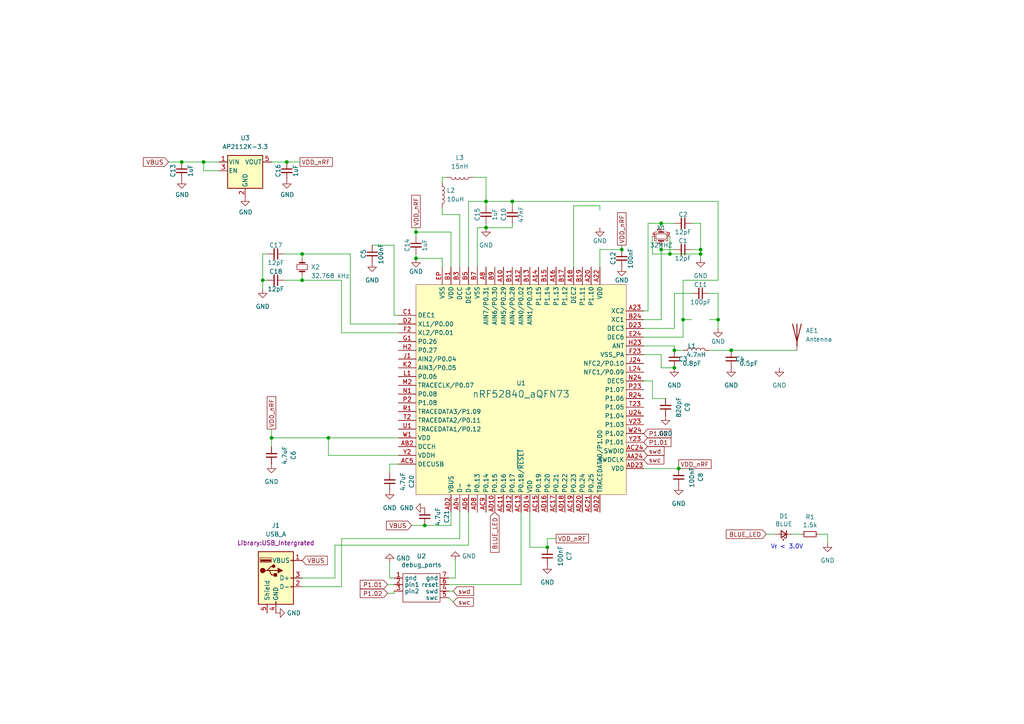
<source format=kicad_sch>
(kicad_sch (version 20230121) (generator eeschema)
  (paper "A4")
  (title_block (title "ScrollKnobV3") (date "2022-07-18") (company "Tongtong.Inc"))
  (lib_symbols
    (symbol "Connector:USB_A" (pin_names (offset 1.016))
      (property "Reference" "J" (at -5.08 11.43 0))
      (property "Value" "USB_A" (at -5.08 8.89 0))
      (property "Footprint" "Library:USB_Male_Midmount" (at 3.81 -1.27 0))
      (symbol "USB_A_0_1"
        (rectangle (start -5.08 -7.62) (end 5.08 7.62) (stroke (width 0.254)) (fill (type background)))
        (circle (center -3.81 2.159) (radius 0.635) (stroke (width 0.254)) (fill (type outline)))
        (rectangle (start -1.524 4.826) (end -4.318 5.334) (fill (type outline)))
        (rectangle (start -1.27 4.572) (end -4.572 5.842))
        (circle (center -0.635 3.429) (radius 0.381) (stroke (width 0.254)) (fill (type outline)))
        (rectangle (start -0.127 -7.62) (end 0.127 -6.858))
        (polyline (pts (xy -3.175 2.159) (xy -2.54 2.159) (xy -1.27 3.429) (xy -0.635 3.429)) (stroke (width 0.254)))
        (polyline (pts (xy -2.54 2.159) (xy -1.905 2.159) (xy -1.27 0.889) (xy 0 0.889)) (stroke (width 0.254)))
        (polyline (pts (xy 0.635 2.794) (xy 0.635 1.524) (xy 1.905 2.159) (xy 0.635 2.794)) (stroke (width 0.254)) (fill (type outline)))
        (rectangle (start 0.254 1.27) (end -0.508 0.508) (stroke (width 0.254)) (fill (type outline)))
        (rectangle (start 5.08 -2.667) (end 4.318 -2.413))
        (rectangle (start 5.08 -0.127) (end 4.318 0.127))
        (rectangle (start 5.08 4.953) (end 4.318 5.207))
      )
      (symbol "USB_A_1_1"
        (polyline (pts (xy -1.905 2.159) (xy 0.635 2.159)) (stroke (width 0.254)))
        (pin power_in line (at 7.62 5.08 180) (length 2.54) (name "VBUS") (number "1"))
        (pin bidirectional line (at 7.62 -2.54 180) (length 2.54) (name "D-") (number "2"))
        (pin bidirectional line (at 7.62 0 180) (length 2.54) (name "D+") (number "3"))
        (pin power_in line (at 0 -10.16 90) (length 2.54) (name "GND") (number "4"))
        (pin passive line (at -2.54 -10.16 90) (length 2.54) (name "Shield") (number "5"))
      )
    )
    (symbol "Device:Antenna" (pin_numbers hide) (pin_names (offset 1.016) hide)
      (property "Reference" "AE" (at -1.905 1.905 0))
      (property "Value" "Antenna" (at -1.905 0 0))
      (symbol "Antenna_0_1"
        (polyline (pts (xy 0 2.54) (xy 0 -3.81)) (stroke (width 0.254)))
        (polyline (pts (xy 1.27 2.54) (xy 0 -2.54) (xy -1.27 2.54)) (stroke (width 0.254)))
      )
      (symbol "Antenna_1_1"
        (pin input line (at 0 -5.08 90) (length 2.54) (name "A") (number "1"))
      )
    )
    (symbol "Device:C_Small" (pin_numbers hide) (pin_names (offset 0.254) hide)
      (property "Reference" "C" (at 0.254 1.778 0))
      (property "Value" "C_Small" (at 0.254 -2.032 0))
      (symbol "C_Small_0_1"
        (polyline (pts (xy -1.524 -0.508) (xy 1.524 -0.508)) (stroke (width 0.3302)))
        (polyline (pts (xy -1.524 0.508) (xy 1.524 0.508)) (stroke (width 0.3048)))
      )
      (symbol "C_Small_1_1"
        (pin passive line (at 0 2.54 270) (length 2.032) (name "~") (number "1"))
        (pin passive line (at 0 -2.54 90) (length 2.032) (name "~") (number "2"))
      )
    )
    (symbol "Device:Crystal_GND24_Small" (pin_names (offset 1.016) hide)
      (property "Reference" "Y" (at 1.27 4.445 0))
      (property "Value" "Crystal_GND24_Small" (at 1.27 2.54 0))
      (symbol "Crystal_GND24_Small_0_1"
        (rectangle (start -0.762 -1.524) (end 0.762 1.524))
        (polyline (pts (xy -1.27 -0.762) (xy -1.27 0.762)) (stroke (width 0.381)))
        (polyline (pts (xy 1.27 -0.762) (xy 1.27 0.762)) (stroke (width 0.381)))
        (polyline (pts (xy -1.27 -1.27) (xy -1.27 -1.905) (xy 1.27 -1.905) (xy 1.27 -1.27)))
        (polyline (pts (xy -1.27 1.27) (xy -1.27 1.905) (xy 1.27 1.905) (xy 1.27 1.27)))
      )
      (symbol "Crystal_GND24_Small_1_1"
        (pin passive line (at -2.54 0 0) (length 1.27) (name "1") (number "1"))
        (pin passive line (at 0 -2.54 90) (length 0.635) (name "2") (number "2"))
        (pin passive line (at 2.54 0 180) (length 1.27) (name "3") (number "3"))
        (pin passive line (at 0 2.54 270) (length 0.635) (name "4") (number "4"))
      )
    )
    (symbol "Device:Crystal_Small" (pin_numbers hide) (pin_names (offset 1.016) hide)
      (property "Reference" "Y" (at 0 2.54 0))
      (property "Value" "Crystal_Small" (at 0 -2.54 0))
      (symbol "Crystal_Small_0_1"
        (rectangle (start -0.762 -1.524) (end 0.762 1.524))
        (polyline (pts (xy -1.27 -0.762) (xy -1.27 0.762)) (stroke (width 0.381)))
        (polyline (pts (xy 1.27 -0.762) (xy 1.27 0.762)) (stroke (width 0.381)))
      )
      (symbol "Crystal_Small_1_1"
        (pin passive line (at -2.54 0 0) (length 1.27) (name "1") (number "1"))
        (pin passive line (at 2.54 0 180) (length 1.27) (name "2") (number "2"))
      )
    )
    (symbol "Device:L" (pin_numbers hide) (pin_names (offset 1.016) hide)
      (property "Reference" "L" (at -1.27 0 90))
      (property "Value" "L" (at 1.905 0 90))
      (symbol "L_0_1"
        (arc (start 0 -2.54) (mid 0.6323 -1.905) (end 0 -1.27))
        (arc (start 0 -1.27) (mid 0.6323 -0.635) (end 0 0))
        (arc (start 0 0) (mid 0.6323 0.635) (end 0 1.27))
        (arc (start 0 1.27) (mid 0.6323 1.905) (end 0 2.54))
      )
      (symbol "L_1_1"
        (pin passive line (at 0 3.81 270) (length 1.27) (name "1") (number "1"))
        (pin passive line (at 0 -3.81 90) (length 1.27) (name "2") (number "2"))
      )
    )
    (symbol "Device:LED_Small" (pin_numbers hide) (pin_names (offset 0.254) hide)
      (property "Reference" "D" (at -1.27 3.175 0))
      (property "Value" "LED_Small" (at -4.445 -2.54 0))
      (symbol "LED_Small_0_1"
        (polyline (pts (xy -0.762 -1.016) (xy -0.762 1.016)) (stroke (width 0.254)))
        (polyline (pts (xy 1.016 0) (xy -0.762 0)))
        (polyline (pts (xy 0.762 -1.016) (xy -0.762 0) (xy 0.762 1.016) (xy 0.762 -1.016)) (stroke (width 0.254)))
        (polyline (pts (xy 0 0.762) (xy -0.508 1.27) (xy -0.254 1.27) (xy -0.508 1.27) (xy -0.508 1.016)))
        (polyline (pts (xy 0.508 1.27) (xy 0 1.778) (xy 0.254 1.778) (xy 0 1.778) (xy 0 1.524)))
      )
      (symbol "LED_Small_1_1"
        (pin passive line (at -2.54 0 0) (length 1.778) (name "K") (number "1"))
        (pin passive line (at 2.54 0 180) (length 1.778) (name "A") (number "2"))
      )
    )
    (symbol "Device:R_Small" (pin_numbers hide) (pin_names (offset 0.254) hide)
      (property "Reference" "R" (at 0.762 0.508 0))
      (property "Value" "R_Small" (at 0.762 -1.016 0))
      (symbol "R_Small_0_1"
        (rectangle (start -0.762 1.778) (end 0.762 -1.778) (stroke (width 0.2032)))
      )
      (symbol "R_Small_1_1"
        (pin passive line (at 0 2.54 270) (length 0.762) (name "~") (number "1"))
        (pin passive line (at 0 -2.54 90) (length 0.762) (name "~") (number "2"))
      )
    )
    (symbol "MCU_Nordic:nRF52840_aQFN73"
      (property "Reference" "U" (at -5.08 92.71 0))
      (property "Value" "nRF52840_aQFN73" (at 0 0 0))
      (symbol "nRF52840_aQFN73_0_1"
        (rectangle (start -30.48 30.48) (end 30.48 -30.48) (stroke (width 0.1)) (fill (type background)))
      )
      (symbol "nRF52840_aQFN73_1_1"
        (pin bidirectional line (at -5.08 35.56 270) (length 5.08) (name "AIN5/P0.29") (number "A10"))
        (pin bidirectional line (at 0 35.56 270) (length 5.08) (name "AIN0/P0.02") (number "A12"))
        (pin bidirectional line (at 5.08 35.56 270) (length 5.08) (name "P1.15") (number "A14"))
        (pin bidirectional line (at 10.16 35.56 270) (length 5.08) (name "P1.13") (number "A16"))
        (pin passive line (at 15.24 35.56 270) (length 5.08) (name "DEC2") (number "A18"))
        (pin bidirectional line (at 20.32 35.56 270) (length 5.08) (name "P1.10") (number "A20"))
        (pin passive line (at 22.86 35.56 270) (length 5.08) (name "VDD") (number "A22"))
        (pin input line (at 35.56 22.86 180) (length 5.08) (name "XC2") (number "A23"))
        (pin bidirectional line (at -10.16 35.56 270) (length 5.08) (name "AIN7/P0.31") (number "A8"))
        (pin input line (at 35.56 -20.32 180) (length 5.08) (name "SWDCLK") (number "AA24"))
        (pin power_out line (at -35.56 -16.51 0) (length 5.08) (name "DCCH") (number "AB2"))
        (pin bidirectional line (at -5.08 -35.56 90) (length 5.08) (name "P0.16") (number "AC11"))
        (pin bidirectional line (at 0 -35.56 90) (length 5.08) (name "P0.18/~{RESET}") (number "AC13"))
        (pin bidirectional line (at 5.08 -35.56 90) (length 5.08) (name "P0.19") (number "AC15"))
        (pin bidirectional line (at 10.16 -35.56 90) (length 5.08) (name "P0.21") (number "AC17"))
        (pin bidirectional line (at 15.24 -35.56 90) (length 5.08) (name "P0.23") (number "AC19"))
        (pin bidirectional line (at 20.32 -35.56 90) (length 5.08) (name "P0.25") (number "AC21"))
        (pin bidirectional line (at 35.56 -17.78 180) (length 5.08) (name "SWDIO") (number "AC24"))
        (pin passive line (at -35.56 -21.59 0) (length 5.08) (name "DECUSB") (number "AC5"))
        (pin bidirectional line (at -10.16 -35.56 90) (length 5.08) (name "P0.14") (number "AC9"))
        (pin bidirectional line (at -7.62 -35.56 90) (length 5.08) (name "P0.15") (number "AD10"))
        (pin bidirectional line (at -2.54 -35.56 90) (length 5.08) (name "P0.17") (number "AD12"))
        (pin passive line (at 2.54 -35.56 90) (length 5.08) (name "VDD") (number "AD14"))
        (pin bidirectional line (at 7.62 -35.56 90) (length 5.08) (name "P0.20") (number "AD16"))
        (pin bidirectional line (at 12.7 -35.56 90) (length 5.08) (name "P0.22") (number "AD18"))
        (pin power_in line (at -20.32 -35.56 90) (length 5.08) (name "VBUS") (number "AD2"))
        (pin bidirectional line (at 17.78 -35.56 90) (length 5.08) (name "P0.24") (number "AD20"))
        (pin bidirectional line (at 22.86 -35.56 90) (length 5.08) (name "TRACEDATA0/P1.00") (number "AD22"))
        (pin passive line (at 35.56 -22.86 180) (length 5.08) (name "VDD") (number "AD23"))
        (pin bidirectional line (at -17.78 -35.56 90) (length 5.08) (name "D-") (number "AD4"))
        (pin bidirectional line (at -15.24 -35.56 90) (length 5.08) (name "D+") (number "AD6"))
        (pin bidirectional line (at -12.7 -35.56 90) (length 5.08) (name "P0.13") (number "AD8"))
        (pin power_in line (at -20.32 35.56 270) (length 5.08) (name "VDD") (number "B1"))
        (pin bidirectional line (at -2.54 35.56 270) (length 5.08) (name "AIN4/P0.28") (number "B11"))
        (pin bidirectional line (at 2.54 35.56 270) (length 5.08) (name "AIN1/P0.03") (number "B13"))
        (pin bidirectional line (at 7.62 35.56 270) (length 5.08) (name "P1.14") (number "B15"))
        (pin bidirectional line (at 12.7 35.56 270) (length 5.08) (name "P1.12") (number "B17"))
        (pin bidirectional line (at 17.78 35.56 270) (length 5.08) (name "P1.11") (number "B19"))
        (pin input line (at 35.56 20.32 180) (length 5.08) (name "XC1") (number "B24"))
        (pin power_out line (at -17.78 35.56 270) (length 5.08) (name "DCC") (number "B3"))
        (pin passive line (at -15.24 35.56 270) (length 5.08) (name "DEC4") (number "B5"))
        (pin power_in line (at -12.7 35.56 270) (length 5.08) (name "VSS") (number "B7"))
        (pin bidirectional line (at -7.62 35.56 270) (length 5.08) (name "AIN6/P0.30") (number "B9"))
        (pin passive line (at -35.56 21.59 0) (length 5.08) (name "DEC1") (number "C1"))
        (pin bidirectional line (at -35.56 19.05 0) (length 5.08) (name "XL1/P0.00") (number "D2"))
        (pin passive line (at 35.56 17.78 180) (length 5.08) (name "DEC3") (number "D23"))
        (pin passive line (at 35.56 15.24 180) (length 5.08) (name "DEC6") (number "E24"))
        (pin passive line (at -22.86 35.56 270) (length 5.08) (name "VSS") (number "EP"))
        (pin bidirectional line (at -35.56 16.51 0) (length 5.08) (name "XL2/P0.01") (number "F2"))
        (pin power_in line (at 35.56 10.16 180) (length 5.08) (name "VSS_PA") (number "F23"))
        (pin bidirectional line (at -35.56 13.97 0) (length 5.08) (name "P0.26") (number "G1"))
        (pin bidirectional line (at -35.56 11.43 0) (length 5.08) (name "P0.27") (number "H2"))
        (pin passive line (at 35.56 12.7 180) (length 5.08) (name "ANT") (number "H23"))
        (pin bidirectional line (at -35.56 8.89 0) (length 5.08) (name "AIN2/P0.04") (number "J1"))
        (pin bidirectional line (at 35.56 7.62 180) (length 5.08) (name "NFC2/P0.10") (number "J24"))
        (pin bidirectional line (at -35.56 6.35 0) (length 5.08) (name "AIN3/P0.05") (number "K2"))
        (pin bidirectional line (at -35.56 3.81 0) (length 5.08) (name "P0.06") (number "L1"))
        (pin bidirectional line (at 35.56 5.08 180) (length 5.08) (name "NFC1/P0.09") (number "L24"))
        (pin bidirectional line (at -35.56 1.27 0) (length 5.08) (name "TRACECLK/P0.07") (number "M2"))
        (pin bidirectional line (at -35.56 -1.27 0) (length 5.08) (name "P0.08") (number "N1"))
        (pin passive line (at 35.56 2.54 180) (length 5.08) (name "DEC5") (number "N24"))
        (pin bidirectional line (at -35.56 -3.81 0) (length 5.08) (name "P1.08") (number "P2"))
        (pin bidirectional line (at 35.56 0 180) (length 5.08) (name "P1.07") (number "P23"))
        (pin bidirectional line (at -35.56 -6.35 0) (length 5.08) (name "TRACEDATA3/P1.09") (number "R1"))
        (pin bidirectional line (at 35.56 -2.54 180) (length 5.08) (name "P1.06") (number "R24"))
        (pin bidirectional line (at -35.56 -8.89 0) (length 5.08) (name "TRACEDATA2/P0.11") (number "T2"))
        (pin bidirectional line (at 35.56 -5.08 180) (length 5.08) (name "P1.05") (number "T23"))
        (pin bidirectional line (at -35.56 -11.43 0) (length 5.08) (name "TRACEDATA1/P0.12") (number "U1"))
        (pin bidirectional line (at 35.56 -7.62 180) (length 5.08) (name "P1.04") (number "U24"))
        (pin bidirectional line (at 35.56 -10.16 180) (length 5.08) (name "P1.03") (number "V23"))
        (pin passive line (at -35.56 -13.97 0) (length 5.08) (name "VDD") (number "W1"))
        (pin bidirectional line (at 35.56 -12.7 180) (length 5.08) (name "P1.02") (number "W24"))
        (pin power_in line (at -35.56 -19.05 0) (length 5.08) (name "VDDH") (number "Y2"))
        (pin bidirectional line (at 35.56 -15.24 180) (length 5.08) (name "P1.01") (number "Y23"))
      )
    )
    (symbol "New_Library:debug_ports"
      (property "Reference" "U" (at 1.905 2.54 0))
      (property "Value" "debug_ports" (at 2.54 5.08 0))
      (symbol "debug_ports_0_1"
        (rectangle (start -2.54 1.27) (end 8.255 -6.985))
      )
      (symbol "debug_ports_1_1"
        (pin input line (at -5.08 0 0) (length 2.54) (name "gnd") (number "1"))
        (pin input line (at -5.08 -1.905 0) (length 2.54) (name "pin1") (number "2"))
        (pin input line (at -5.08 -3.81 0) (length 2.54) (name "pin2") (number "3"))
        (pin input line (at 10.795 -3.81 180) (length 2.54) (name "swd") (number "4"))
        (pin input line (at 10.795 -5.715 180) (length 2.54) (name "swc") (number "5"))
        (pin input line (at 10.795 -1.905 180) (length 2.54) (name "reset") (number "6"))
        (pin input line (at 10.795 0 180) (length 2.54) (name "gnd") (number "7"))
      )
    )
    (symbol "Regulator_Linear:AP2112K-3.3" (pin_names (offset 0.254))
      (property "Reference" "U" (at -5.08 5.715 0))
      (property "Value" "AP2112K-3.3" (at 0 5.715 0))
      (symbol "AP2112K-3.3_0_1"
        (rectangle (start -5.08 4.445) (end 5.08 -5.08) (stroke (width 0.254)) (fill (type background)))
      )
      (symbol "AP2112K-3.3_1_1"
        (pin power_in line (at -7.62 2.54 0) (length 2.54) (name "VIN") (number "1"))
        (pin power_in line (at 0 -7.62 90) (length 2.54) (name "GND") (number "2"))
        (pin input line (at -7.62 0 0) (length 2.54) (name "EN") (number "3"))
        (pin no_connect line (at 5.08 0 180) (length 2.54) hide (name "NC") (number "4"))
        (pin power_out line (at 7.62 2.54 180) (length 2.54) (name "VOUT") (number "5"))
      )
    )
    (symbol "nrfmicro-rescue:GND" (power) (pin_names (offset 0))
      (property "Value" "GND" (at 0 -3.81 0))
      (symbol "GND_0_1"
        (polyline (pts (xy 0 0) (xy 0 -1.27) (xy 1.27 -1.27) (xy 0 -2.54) (xy -1.27 -1.27) (xy 0 -1.27)))
      )
      (symbol "GND_1_1"
        (pin power_in line (at 0 0 270) (length 0) hide (name "GND") (number "1"))
      )
    )
    (symbol "power:GND" (power) (pin_names (offset 0))
      (property "Value" "GND" (at 0 -3.81 0))
      (symbol "GND_0_1"
        (polyline (pts (xy 0 0) (xy 0 -1.27) (xy 1.27 -1.27) (xy 0 -2.54) (xy -1.27 -1.27) (xy 0 -1.27)))
      )
      (symbol "GND_1_1"
        (pin power_in line (at 0 0 270) (length 0) hide (name "GND") (number "1"))
      )
    )
  )
  (junction (at 158.75 158.75))
  (junction (at 120.65 67.31))
  (junction (at 203.2 73.66))
  (junction (at 76.2 81.28))
  (junction (at 140.97 66.04))
  (junction (at 120.65 74.93))
  (junction (at 123.19 152.4))
  (junction (at 87.63 73.66))
  (junction (at 87.63 81.28))
  (junction (at 195.58 106.68))
  (junction (at 59.055 46.99))
  (junction (at 208.28 92.71))
  (junction (at 148.59 58.42))
  (junction (at 194.31 73.66))
  (junction (at 198.12 92.71))
  (junction (at 191.77 64.77))
  (junction (at 196.85 135.89))
  (junction (at 83.185 46.99))
  (junction (at 180.34 72.39))
  (junction (at 52.705 46.99))
  (junction (at 95.25 127))
  (junction (at 203.2 72.39))
  (junction (at 212.09 101.6))
  (junction (at 191.77 72.39))
  (junction (at 78.74 127))
  (junction (at 195.58 101.6))
  (junction (at 140.97 58.42))
  (wire (pts (xy 112.395 172.085) (xy 114.3 172.085)))
  (wire (pts (xy 189.23 110.49) (xy 189.23 115.57)))
  (wire (pts (xy 189.23 73.66) (xy 194.31 73.66)))
  (wire (pts (xy 191.77 72.39) (xy 195.58 72.39)))
  (wire (pts (xy 200.66 72.39) (xy 203.2 72.39)))
  (wire (pts (xy 83.185 46.99) (xy 78.74 46.99)))
  (wire (pts (xy 135.89 58.42) (xy 135.89 77.47)))
  (wire (pts (xy 128.27 60.325) (xy 128.27 62.23)))
  (wire (pts (xy 203.2 73.66) (xy 203.2 74.93)))
  (wire (pts (xy 130.175 167.64) (xy 132.08 167.64)))
  (wire (pts (xy 191.77 92.71) (xy 186.69 92.71)))
  (wire (pts (xy 205.74 92.71) (xy 208.28 92.71)))
  (wire (pts (xy 87.63 73.66) (xy 87.63 74.93)))
  (wire (pts (xy 191.77 72.39) (xy 191.77 92.71)))
  (wire (pts (xy 76.2 81.28) (xy 77.47 81.28)))
  (wire (pts (xy 140.97 58.42) (xy 135.89 58.42)))
  (wire (pts (xy 99.06 170.18) (xy 87.63 170.18)))
  (wire (pts (xy 205.74 101.6) (xy 212.09 101.6)))
  (wire (pts (xy 203.2 73.66) (xy 194.31 73.66)))
  (wire (pts (xy 107.95 71.12) (xy 114.3 71.12)))
  (wire (pts (xy 140.97 58.42) (xy 140.97 59.69)))
  (wire (pts (xy 200.66 85.09) (xy 195.58 85.09)))
  (wire (pts (xy 112.395 169.545) (xy 114.3 169.545)))
  (wire (pts (xy 87.63 167.64) (xy 97.155 167.64)))
  (wire (pts (xy 198.12 92.71) (xy 200.66 92.71)))
  (wire (pts (xy 187.96 64.77) (xy 191.77 64.77)))
  (wire (pts (xy 191.77 102.87) (xy 186.69 102.87)))
  (wire (pts (xy 195.58 85.09) (xy 195.58 95.25)))
  (wire (pts (xy 131.445 171.45) (xy 130.175 171.45)))
  (wire (pts (xy 120.65 67.31) (xy 120.65 68.58)))
  (wire (pts (xy 95.25 127) (xy 95.25 132.08)))
  (wire (pts (xy 186.69 95.25) (xy 195.58 95.25)))
  (wire (pts (xy 140.97 66.04) (xy 148.59 66.04)))
  (wire (pts (xy 198.12 81.28) (xy 208.28 81.28)))
  (wire (pts (xy 87.63 73.66) (xy 101.6 73.66)))
  (wire (pts (xy 119.38 152.4) (xy 123.19 152.4)))
  (wire (pts (xy 189.23 68.58) (xy 189.23 73.66)))
  (wire (pts (xy 196.85 134.62) (xy 196.85 135.89)))
  (wire (pts (xy 120.65 73.66) (xy 120.65 74.93)))
  (wire (pts (xy 131.445 174.625) (xy 130.175 173.355)))
  (wire (pts (xy 186.69 97.79) (xy 198.12 97.79)))
  (wire (pts (xy 208.28 58.42) (xy 148.59 58.42)))
  (wire (pts (xy 76.2 73.66) (xy 76.2 81.28)))
  (wire (pts (xy 128.27 51.435) (xy 128.27 52.705)))
  (wire (pts (xy 99.06 156.21) (xy 99.06 170.18)))
  (wire (pts (xy 59.055 46.99) (xy 63.5 46.99)))
  (wire (pts (xy 95.25 127) (xy 115.57 127)))
  (wire (pts (xy 113.03 163.195) (xy 113.03 167.64)))
  (wire (pts (xy 113.03 134.62) (xy 115.57 134.62)))
  (wire (pts (xy 130.175 169.545) (xy 151.13 169.545)))
  (wire (pts (xy 173.99 59.69) (xy 173.99 60.96)))
  (wire (pts (xy 97.155 158.115) (xy 135.89 158.115)))
  (wire (pts (xy 198.12 92.71) (xy 198.12 97.79)))
  (wire (pts (xy 78.74 127) (xy 78.74 129.54)))
  (wire (pts (xy 140.97 64.77) (xy 140.97 66.04)))
  (wire (pts (xy 186.69 100.33) (xy 195.58 100.33)))
  (wire (pts (xy 48.895 46.99) (xy 52.705 46.99)))
  (wire (pts (xy 101.6 93.98) (xy 101.6 73.66)))
  (wire (pts (xy 115.57 93.98) (xy 101.6 93.98)))
  (wire (pts (xy 173.99 72.39) (xy 180.34 72.39)))
  (wire (pts (xy 132.08 162.56) (xy 132.08 167.64)))
  (wire (pts (xy 205.74 85.09) (xy 208.28 85.09)))
  (wire (pts (xy 87.63 80.01) (xy 87.63 81.28)))
  (wire (pts (xy 148.59 58.42) (xy 140.97 58.42)))
  (wire (pts (xy 189.23 115.57) (xy 193.04 115.57)))
  (wire (pts (xy 128.27 77.47) (xy 128.27 74.93)))
  (wire (pts (xy 130.81 77.47) (xy 130.81 67.31)))
  (wire (pts (xy 208.28 92.71) (xy 208.28 95.25)))
  (wire (pts (xy 148.59 66.04) (xy 148.59 64.77)))
  (wire (pts (xy 133.35 148.59) (xy 133.35 156.21)))
  (wire (pts (xy 148.59 58.42) (xy 148.59 59.69)))
  (wire (pts (xy 140.97 51.435) (xy 137.16 51.435)))
  (wire (pts (xy 158.75 156.21) (xy 158.75 158.75)))
  (wire (pts (xy 173.99 77.47) (xy 173.99 72.39)))
  (wire (pts (xy 135.89 148.59) (xy 135.89 158.115)))
  (wire (pts (xy 140.97 58.42) (xy 140.97 51.435)))
  (wire (pts (xy 78.74 127) (xy 95.25 127)))
  (wire (pts (xy 82.55 73.66) (xy 87.63 73.66)))
  (wire (pts (xy 133.35 62.23) (xy 133.35 77.47)))
  (wire (pts (xy 151.13 169.545) (xy 151.13 148.59)))
  (wire (pts (xy 120.65 66.04) (xy 120.65 67.31)))
  (wire (pts (xy 120.65 74.93) (xy 128.27 74.93)))
  (wire (pts (xy 129.54 51.435) (xy 128.27 51.435)))
  (wire (pts (xy 114.3 172.085) (xy 114.3 171.45)))
  (wire (pts (xy 130.81 152.4) (xy 130.81 148.59)))
  (wire (pts (xy 153.67 158.75) (xy 158.75 158.75)))
  (wire (pts (xy 52.705 46.99) (xy 59.055 46.99)))
  (wire (pts (xy 187.96 90.17) (xy 187.96 64.77)))
  (wire (pts (xy 222.25 154.94) (xy 224.79 154.94)))
  (wire (pts (xy 82.55 81.28) (xy 87.63 81.28)))
  (wire (pts (xy 186.69 110.49) (xy 189.23 110.49)))
  (wire (pts (xy 87.63 81.28) (xy 99.06 81.28)))
  (wire (pts (xy 76.2 81.28) (xy 76.2 83.82)))
  (wire (pts (xy 195.58 101.6) (xy 198.12 101.6)))
  (wire (pts (xy 115.57 91.44) (xy 114.3 91.44)))
  (wire (pts (xy 191.77 71.12) (xy 191.77 72.39)))
  (wire (pts (xy 128.27 62.23) (xy 133.35 62.23)))
  (wire (pts (xy 99.06 81.28) (xy 99.06 96.52)))
  (wire (pts (xy 212.09 101.6) (xy 231.14 101.6)))
  (wire (pts (xy 63.5 49.53) (xy 59.055 49.53)))
  (wire (pts (xy 208.28 85.09) (xy 208.28 92.71)))
  (wire (pts (xy 138.43 77.47) (xy 138.43 66.04)))
  (wire (pts (xy 229.87 154.94) (xy 232.41 154.94)))
  (wire (pts (xy 191.77 106.68) (xy 191.77 102.87)))
  (wire (pts (xy 97.155 167.64) (xy 97.155 158.115)))
  (wire (pts (xy 113.03 167.64) (xy 114.3 167.64)))
  (wire (pts (xy 186.69 135.89) (xy 196.85 135.89)))
  (wire (pts (xy 180.34 71.12) (xy 180.34 72.39)))
  (wire (pts (xy 203.2 64.77) (xy 203.2 72.39)))
  (wire (pts (xy 166.37 77.47) (xy 166.37 59.69)))
  (wire (pts (xy 237.49 154.94) (xy 240.03 154.94)))
  (wire (pts (xy 95.25 132.08) (xy 115.57 132.08)))
  (wire (pts (xy 240.03 154.94) (xy 240.03 157.48)))
  (wire (pts (xy 195.58 106.68) (xy 191.77 106.68)))
  (wire (pts (xy 120.65 67.31) (xy 130.81 67.31)))
  (wire (pts (xy 153.67 148.59) (xy 153.67 158.75)))
  (wire (pts (xy 203.2 72.39) (xy 203.2 73.66)))
  (wire (pts (xy 195.58 100.33) (xy 195.58 101.6)))
  (wire (pts (xy 191.77 64.77) (xy 195.58 64.77)))
  (wire (pts (xy 78.74 124.46) (xy 78.74 127)))
  (wire (pts (xy 114.3 91.44) (xy 114.3 71.12)))
  (wire (pts (xy 166.37 59.69) (xy 173.99 59.69)))
  (wire (pts (xy 200.66 64.77) (xy 203.2 64.77)))
  (wire (pts (xy 194.31 73.66) (xy 194.31 68.58)))
  (wire (pts (xy 208.28 81.28) (xy 208.28 58.42)))
  (wire (pts (xy 161.29 156.21) (xy 158.75 156.21)))
  (wire (pts (xy 191.77 64.77) (xy 191.77 66.04)))
  (wire (pts (xy 186.69 90.17) (xy 187.96 90.17)))
  (wire (pts (xy 59.055 49.53) (xy 59.055 46.99)))
  (wire (pts (xy 76.2 73.66) (xy 77.47 73.66)))
  (wire (pts (xy 138.43 66.04) (xy 140.97 66.04)))
  (wire (pts (xy 86.995 46.99) (xy 83.185 46.99)))
  (wire (pts (xy 99.06 96.52) (xy 115.57 96.52)))
  (wire (pts (xy 123.19 152.4) (xy 130.81 152.4)))
  (wire (pts (xy 113.03 137.16) (xy 113.03 134.62)))
  (wire (pts (xy 133.35 156.21) (xy 99.06 156.21)))
  (wire (pts (xy 198.12 81.28) (xy 198.12 92.71)))
  (text "V_{f} < 3.0V" (at 223.52 159.385 0) (effects (font (size 1.27 1.27)) (justify left bottom)))
  (global_label "VBUS" (shape input) (at 87.63 162.56 0) (property "Intersheetrefs" "${INTERSHEET_REFS}" (effects hide)))
  (global_label "BLUE_LED" (shape input) (at 222.25 154.94 180) (property "Intersheetrefs" "${INTERSHEET_REFS}" (effects hide)))
  (global_label "swc" (shape input) (at 186.69 133.35 0) (property "Intersheetrefs" "${INTERSHEET_REFS}" (effects hide)))
  (global_label "swc" (shape input) (at 131.445 174.625 0) (property "Intersheetrefs" "${INTERSHEET_REFS}" (effects hide)))
  (global_label "VDD_nRF" (shape passive) (at 86.995 46.99 0) (property "Intersheetrefs" "${INTERSHEET_REFS}" (effects hide)))
  (global_label "P1.01" (shape input) (at 112.395 169.545 180) (property "Intersheetrefs" "${INTERSHEET_REFS}" (effects hide)))
  (global_label "swd" (shape input) (at 186.69 130.81 0) (property "Intersheetrefs" "${INTERSHEET_REFS}" (effects hide)))
  (global_label "P1.01" (shape input) (at 186.69 128.27 0) (property "Intersheetrefs" "${INTERSHEET_REFS}" (effects hide)))
  (global_label "P1.02" (shape input) (at 186.69 125.73 0) (property "Intersheetrefs" "${INTERSHEET_REFS}" (effects hide)))
  (global_label "VDD_nRF" (shape passive) (at 196.85 134.62 0) (property "Intersheetrefs" "${INTERSHEET_REFS}" (effects hide)))
  (global_label "P1.02" (shape input) (at 112.395 172.085 180) (property "Intersheetrefs" "${INTERSHEET_REFS}" (effects hide)))
  (global_label "VBUS" (shape input) (at 119.38 152.4 180) (property "Intersheetrefs" "${INTERSHEET_REFS}" (effects hide)))
  (global_label "swd" (shape input) (at 131.445 171.45 0) (property "Intersheetrefs" "${INTERSHEET_REFS}" (effects hide)))
  (global_label "VDD_nRF" (shape passive) (at 78.74 124.46 90) (property "Intersheetrefs" "${INTERSHEET_REFS}" (effects hide)))
  (global_label "VDD_nRF" (shape passive) (at 180.34 71.12 90) (property "Intersheetrefs" "${INTERSHEET_REFS}" (effects hide)))
  (global_label "BLUE_LED" (shape input) (at 143.51 148.59 270) (property "Intersheetrefs" "${INTERSHEET_REFS}" (effects hide)))
  (global_label "VDD_nRF" (shape passive) (at 120.65 66.04 90) (property "Intersheetrefs" "${INTERSHEET_REFS}" (effects hide)))
  (global_label "VBUS" (shape input) (at 48.895 46.99 180) (property "Intersheetrefs" "${INTERSHEET_REFS}" (effects hide)))
  (global_label "VDD_nRF" (shape passive) (at 161.29 156.21 0) (property "Intersheetrefs" "${INTERSHEET_REFS}" (effects hide)))
  (symbol (lib_id "Device:C_Small") (at 107.95 73.66 0) (unit 1)
    (property "Reference" "C5" (at 105.41 73.66 90))
    (property "Value" "100nF" (at 110.49 73.66 90))
    (property "Footprint" "Capacitor_SMD:C_0402_1005Metric" (effects hide))
  )
  (symbol (lib_id "Device:Antenna") (at 231.14 96.52 0) (unit 1)
    (property "Reference" "AE1" (at 233.68 95.8849 0) (effects (justify left)))
    (property "Value" "Antenna" (at 233.68 98.4249 0) (effects (justify left)))
    (property "Footprint" "RF_Antenna:Johanson_2450AT43F0100" (effects hide))
  )
  (symbol (lib_id "Device:C_Small") (at 195.58 104.14 180) (unit 1)
    (property "Reference" "C3" (at 198.12 104.14 0))
    (property "Value" "0.8pF" (at 200.66 105.41 0))
    (property "Footprint" "Capacitor_SMD:C_0402_1005Metric" (effects hide))
  )
  (symbol (lib_id "Device:L") (at 201.93 101.6 90) (unit 1)
    (property "Reference" "L1" (at 200.66 100.33 90))
    (property "Value" "4.7nH" (at 201.93 102.87 90))
    (property "Footprint" "Inductor_SMD:L_0402_1005Metric" (effects hide))
  )
  (symbol (lib_id "Device:C_Small") (at 198.12 72.39 270) (unit 1)
    (property "Reference" "C1" (at 198.12 69.85 90))
    (property "Value" "12pF" (at 198.12 74.93 90))
    (property "Footprint" "Capacitor_SMD:C_0402_1005Metric" (effects hide))
  )
  (symbol (lib_id "power:GND") (at 180.34 77.47 0) (unit 1)
    (property "Reference" "#PWR0112" (effects hide))
    (property "Value" "GND" (at 180.34 81.28 0))
  )
  (symbol (lib_id "Device:C_Small") (at 212.09 104.14 180) (unit 1)
    (property "Reference" "C4" (at 214.63 104.14 0))
    (property "Value" "0.5pF" (at 217.17 105.41 0))
    (property "Footprint" "Capacitor_SMD:C_0402_1005Metric" (effects hide))
  )
  (symbol (lib_id "Connector:USB_A") (at 80.01 167.64 0) (unit 1)
    (property "Reference" "J1" (at 80.01 152.4 0))
    (property "Value" "USB_A" (at 80.01 154.94 0))
    (property "Footprint" "Library:USB_Intergrated" (at 80.01 157.48 0))
    (property "Datasheet" " ~" (effects hide))
  )
  (symbol (lib_id "power:GND") (at 113.03 163.195 180) (unit 1)
    (property "Reference" "#PWR0119" (effects hide))
    (property "Value" "GND" (at 114.935 161.9249 0) (effects (justify right)))
  )
  (symbol (lib_id "Device:L") (at 133.35 51.435 270) (unit 1)
    (property "Reference" "L3" (at 133.35 45.72 90))
    (property "Value" "15nH" (at 133.35 48.26 90))
    (property "Footprint" "Inductor_SMD:L_0402_1005Metric" (effects hide))
  )
  (symbol (lib_id "Regulator_Linear:AP2112K-3.3") (at 71.12 49.53 0) (unit 1)
    (property "Reference" "U3" (at 71.12 40.005 0))
    (property "Value" "AP2112K-3.3" (at 71.12 42.545 0))
    (property "Footprint" "Package_TO_SOT_SMD:SOT-23-5" (effects hide))
    (property "Datasheet" "https://www.diodes.com/assets/Datasheets/AP2112.pdf" (effects hide))
  )
  (symbol (lib_id "New_Library:debug_ports") (at 119.38 167.64 0) (unit 1)
    (property "Reference" "U2" (at 122.2375 161.29 0))
    (property "Value" "debug_ports" (at 122.2375 163.83 0))
    (property "Footprint" "Library:Debug pin cluster" (effects hide))
  )
  (symbol (lib_id "power:GND") (at 195.58 106.68 0) (unit 1)
    (property "Reference" "#PWR0106" (effects hide))
    (property "Value" "GND" (at 195.58 111.76 0))
  )
  (symbol (lib_id "power:GND") (at 80.01 177.8 90) (unit 1)
    (property "Reference" "#PWR0118" (effects hide))
    (property "Value" "GND" (at 83.185 177.7999 90) (effects (justify right)))
  )
  (symbol (lib_id "power:GND") (at 132.08 162.56 180) (unit 1)
    (property "Reference" "#PWR0120" (effects hide))
    (property "Value" "GND" (at 133.985 161.2899 0) (effects (justify right)))
  )
  (symbol (lib_id "power:GND") (at 240.03 157.48 0) (unit 1)
    (property "Reference" "#PWR0121" (effects hide))
    (property "Value" "GND" (at 240.03 162.56 0))
  )
  (symbol (lib_id "Device:Crystal_Small") (at 87.63 77.47 270) (unit 1)
    (property "Reference" "X2" (at 90.17 77.47 90) (effects (justify left)))
    (property "Value" "32.768 kHz" (at 90.17 80.01 90) (effects (justify left)))
    (property "Footprint" "Crystal:Crystal_SMD_2012-2Pin_2.0x1.2mm" (effects hide))
    (property "LCSC Part" "C97607" (effects hide))
    (property "Digikey" "728-1075-1-ND" (effects hide))
    (property "Manufacturer Part" "SC20S-12.5PF20PPM" (effects hide))
    (property "JLC Part" "C93231" (effects hide))
  )
  (symbol (lib_id "Device:C_Small") (at 148.59 62.23 0) (unit 1)
    (property "Reference" "C10" (at 146.05 62.23 90))
    (property "Value" "47nF" (at 151.13 62.23 90))
    (property "Footprint" "Capacitor_SMD:C_0402_1005Metric" (effects hide))
  )
  (symbol (lib_id "power:GND") (at 76.2 83.82 0) (unit 1)
    (property "Reference" "#PWR0117" (effects hide))
    (property "Value" "GND" (at 76.2 88.9 0))
  )
  (symbol (lib_id "Device:C_Small") (at 193.04 118.11 180) (unit 1)
    (property "Reference" "C9" (at 199.39 118.11 90))
    (property "Value" "820pF" (at 196.85 118.11 90))
    (property "Footprint" "Capacitor_SMD:C_0402_1005Metric" (effects hide))
  )
  (symbol (lib_id "nrfmicro-rescue:GND") (at 83.185 52.07 0) (unit 1)
    (property "Reference" "#PWR0124" (effects hide))
    (property "Value" "GND" (at 83.312 56.4642 0))
  )
  (symbol (lib_id "power:GND") (at 212.09 106.68 0) (unit 1)
    (property "Reference" "#PWR0102" (effects hide))
    (property "Value" "GND" (at 212.09 111.76 0))
  )
  (symbol (lib_id "Device:C_Small") (at 113.03 139.7 180) (unit 1)
    (property "Reference" "C20" (at 119.38 139.7 90))
    (property "Value" "4.7uF" (at 116.84 139.7 90))
    (property "Footprint" "Capacitor_SMD:C_0402_1005Metric" (effects hide))
  )
  (symbol (lib_id "power:GND") (at 193.04 120.65 0) (unit 1)
    (property "Reference" "#PWR0103" (effects hide))
    (property "Value" "GND" (at 193.04 125.73 0))
  )
  (symbol (lib_id "Device:C_Small") (at 203.2 85.09 270) (unit 1)
    (property "Reference" "C11" (at 203.2 82.55 90))
    (property "Value" "100pF" (at 203.2 87.63 90))
    (property "Footprint" "Capacitor_SMD:C_0402_1005Metric" (effects hide))
  )
  (symbol (lib_id "Device:C_Small") (at 120.65 71.12 0) (unit 1)
    (property "Reference" "C14" (at 118.11 71.12 90))
    (property "Value" "1uF" (at 123.19 71.12 90))
    (property "Footprint" "Capacitor_SMD:C_0402_1005Metric" (effects hide))
  )
  (symbol (lib_id "power:GND") (at 78.74 134.62 0) (unit 1)
    (property "Reference" "#PWR0116" (effects hide))
    (property "Value" "GND" (at 78.74 139.7 0))
  )
  (symbol (lib_id "Device:C_Small") (at 180.34 74.93 0) (unit 1)
    (property "Reference" "C12" (at 177.8 74.93 90))
    (property "Value" "100nF" (at 182.88 74.93 90))
    (property "Footprint" "Capacitor_SMD:C_0402_1005Metric" (effects hide))
  )
  (symbol (lib_id "power:GND") (at 140.97 66.04 0) (unit 1)
    (property "Reference" "#PWR0109" (effects hide))
    (property "Value" "GND" (at 140.97 71.12 0))
  )
  (symbol (lib_id "nrfmicro-rescue:GND") (at 71.12 57.15 0) (unit 1)
    (property "Reference" "#PWR0122" (effects hide))
    (property "Value" "GND" (at 71.247 61.5442 0))
  )
  (symbol (lib_id "power:GND") (at 158.75 163.83 0) (unit 1)
    (property "Reference" "#PWR0110" (effects hide))
    (property "Value" "GND" (at 158.75 168.91 0))
  )
  (symbol (lib_id "power:GND") (at 113.03 142.24 0) (unit 1)
    (property "Reference" "#PWR0108" (effects hide))
    (property "Value" "GND" (at 113.03 147.32 0))
  )
  (symbol (lib_id "power:GND") (at 226.06 106.68 0) (unit 1)
    (property "Reference" "#PWR0101" (effects hide))
    (property "Value" "GND" (at 226.06 111.76 0))
  )
  (symbol (lib_id "power:GND") (at 173.99 66.04 0) (unit 1)
    (property "Reference" "#PWR0111" (effects hide))
    (property "Value" "GND" (at 173.99 69.85 0))
  )
  (symbol (lib_id "nrfmicro-rescue:GND") (at 52.705 52.07 0) (unit 1)
    (property "Reference" "#PWR0123" (effects hide))
    (property "Value" "GND" (at 52.832 56.4642 0))
  )
  (symbol (lib_id "MCU_Nordic:nRF52840_aQFN73") (at 151.13 113.03 0) (unit 1)
    (property "Reference" "U1" (at 151.13 111.1249 0))
    (property "Value" "nRF52840_aQFN73" (at 151.13 114.3 0) (effects (font (size 2 2))))
    (property "Footprint" "Library:AQFN-73-1EP_7x7mm_P0.5mm_NRF52840-custom" (effects hide))
  )
  (symbol (lib_id "Device:C_Small") (at 83.185 49.53 0) (unit 1)
    (property "Reference" "C16" (at 80.645 49.53 90))
    (property "Value" "1uF" (at 85.725 49.53 90))
    (property "Footprint" "Capacitor_SMD:C_0402_1005Metric" (effects hide))
  )
  (symbol (lib_id "Device:C_Small") (at 80.01 73.66 270) (unit 1)
    (property "Reference" "C17" (at 80.01 71.12 90))
    (property "Value" "12pF" (at 80.01 76.2 90))
    (property "Footprint" "Capacitor_SMD:C_0402_1005Metric" (effects hide))
  )
  (symbol (lib_id "Device:C_Small") (at 80.01 81.28 270) (unit 1)
    (property "Reference" "C18" (at 80.01 78.74 90))
    (property "Value" "12pF" (at 80.01 83.82 90))
    (property "Footprint" "Capacitor_SMD:C_0402_1005Metric" (effects hide))
  )
  (symbol (lib_id "Device:R_Small") (at 234.95 154.94 270) (unit 1)
    (property "Reference" "R1" (at 234.95 149.9616 90))
    (property "Value" "1.5k" (at 234.95 152.273 90))
    (property "Footprint" "Library:Resistor_0402_1005M-nosilk" (effects hide))
    (property "LCSC Part" "C114759" (effects hide))
    (property "Manufacturer Part" "RC0402FR-071K5L" (effects hide))
    (property "JLC Part" "C25867" (effects hide))
  )
  (symbol (lib_id "power:GND") (at 120.65 74.93 0) (unit 1)
    (property "Reference" "#PWR0115" (effects hide))
    (property "Value" "GND" (at 120.65 78.74 0))
  )
  (symbol (lib_id "Device:Crystal_GND24_Small") (at 191.77 68.58 90) (unit 1)
    (property "Reference" "X1" (at 191.77 66.04 90))
    (property "Value" "32MHZ" (at 191.77 71.12 90))
    (property "Footprint" "Library:crystal 32mhz" (effects hide))
  )
  (symbol (lib_id "Device:LED_Small") (at 227.33 154.94 180) (unit 1)
    (property "Reference" "D1" (at 227.33 149.6822 0))
    (property "Value" "BLUE" (at 227.33 151.9936 0))
    (property "Footprint" "Library:LED_0603_1608Metric-nosilk" (effects hide))
    (property "LCSC Part" "C146215" (effects hide))
    (property "Manufacturer Part" "19-217/BHC-ZL1M2RY/3T" (effects hide))
    (property "JLC Part" "C72041" (effects hide))
  )
  (symbol (lib_id "Device:L") (at 128.27 56.515 0) (unit 1)
    (property "Reference" "L2" (at 129.54 55.2449 0) (effects (justify left)))
    (property "Value" "10uH" (at 129.54 57.7849 0) (effects (justify left)))
    (property "Footprint" "Inductor_SMD:L_0402_1005Metric" (effects hide))
  )
  (symbol (lib_id "Device:C_Small") (at 196.85 138.43 180) (unit 1)
    (property "Reference" "C8" (at 203.2 138.43 90))
    (property "Value" "100nF" (at 200.66 138.43 90))
    (property "Footprint" "Capacitor_SMD:C_0402_1005Metric" (effects hide))
  )
  (symbol (lib_id "Device:C_Small") (at 198.12 64.77 270) (unit 1)
    (property "Reference" "C2" (at 198.12 62.23 90))
    (property "Value" "12pF" (at 198.12 67.31 90))
    (property "Footprint" "Capacitor_SMD:C_0402_1005Metric" (effects hide))
  )
  (symbol (lib_id "Device:C_Small") (at 140.97 62.23 0) (unit 1)
    (property "Reference" "C15" (at 138.43 62.23 90))
    (property "Value" "1uF" (at 143.51 62.23 90))
    (property "Footprint" "Capacitor_SMD:C_0402_1005Metric" (effects hide))
  )
  (symbol (lib_id "power:GND") (at 208.28 95.25 0) (unit 1)
    (property "Reference" "#PWR0105" (effects hide))
    (property "Value" "GND" (at 208.28 99.06 0))
  )
  (symbol (lib_id "power:GND") (at 107.95 76.2 0) (unit 1)
    (property "Reference" "#PWR0114" (effects hide))
    (property "Value" "GND" (at 107.95 81.28 0))
  )
  (symbol (lib_id "Device:C_Small") (at 158.75 161.29 180) (unit 1)
    (property "Reference" "C7" (at 165.1 161.29 90))
    (property "Value" "100nF" (at 162.56 161.29 90))
    (property "Footprint" "Capacitor_SMD:C_0402_1005Metric" (effects hide))
  )
  (symbol (lib_id "Device:C_Small") (at 52.705 49.53 0) (unit 1)
    (property "Reference" "C13" (at 50.165 49.53 90))
    (property "Value" "1uF" (at 55.245 49.53 90))
    (property "Footprint" "Capacitor_SMD:C_0402_1005Metric" (effects hide))
  )
  (symbol (lib_id "Device:C_Small") (at 123.19 149.86 180) (unit 1)
    (property "Reference" "C21" (at 129.54 149.86 90))
    (property "Value" "4.7uF" (at 127 149.86 90))
    (property "Footprint" "Capacitor_SMD:C_0402_1005Metric" (effects hide))
  )
  (symbol (lib_id "power:GND") (at 123.19 147.32 270) (unit 1)
    (property "Reference" "#PWR0107" (effects hide))
    (property "Value" "GND" (at 120.015 147.3199 90) (effects (justify right)))
  )
  (symbol (lib_id "Device:C_Small") (at 78.74 132.08 180) (unit 1)
    (property "Reference" "C6" (at 85.09 132.08 90))
    (property "Value" "4.7uF" (at 82.55 132.08 90))
    (property "Footprint" "Capacitor_SMD:C_0402_1005Metric" (effects hide))
  )
  (symbol (lib_id "power:GND") (at 196.85 140.97 0) (unit 1)
    (property "Reference" "#PWR0104" (effects hide))
    (property "Value" "GND" (at 196.85 146.05 0))
  )
  (symbol (lib_id "power:GND") (at 203.2 74.93 0) (unit 1)
    (property "Reference" "#PWR0113" (effects hide))
    (property "Value" "GND" (at 203.2 80.01 0))
  )
)
</source>
